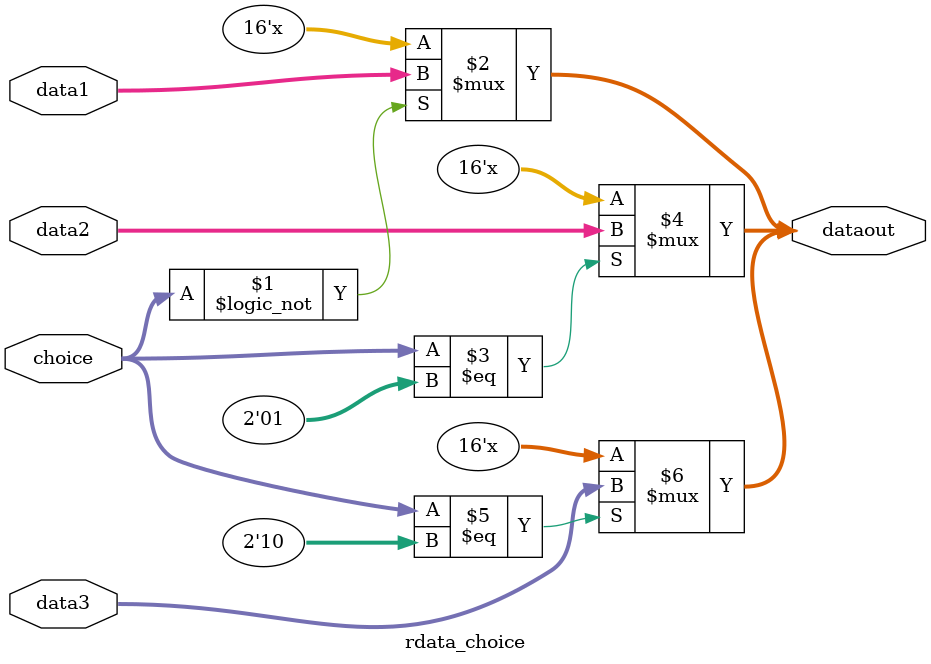
<source format=v>

module rdata_choice
(
	data1,
	data2,
	data3,
//	data4,
	choice,
	dataout
 );

input	[15:0]	data1;
input	[15:0]	data2;
input	[15:0]	data3;
//input	[15:0]	data4;
input	[1:0]	choice;

output	[15:0]	dataout;

assign dataout  = (choice==2'b00)? data1[15:0]:16'hzzzz;
assign dataout  = (choice==2'b01)? data2[15:0]:16'hzzzz;
assign dataout  = (choice==2'b10)? data3[15:0]:16'hzzzz;
//assign dataout  = (choice==2'b11)? data4[15:0]:16'hzzzz;

endmodule
</source>
